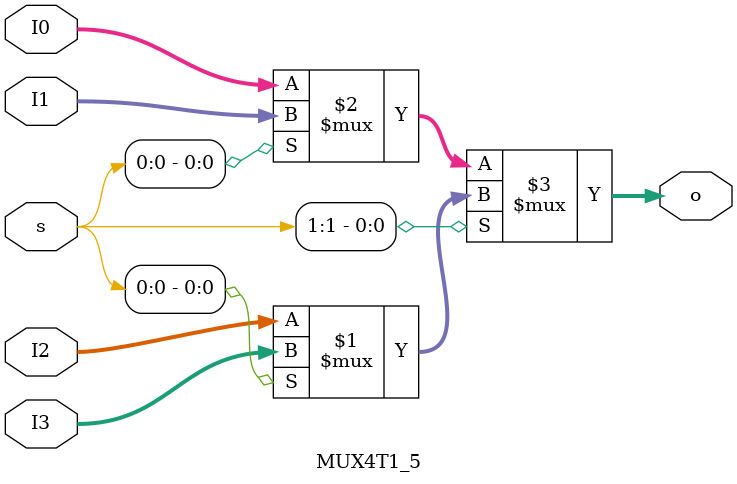
<source format=v>
`timescale 1ns / 1ps


module MUX4T1_5(
    input [4:0] I0,
    input [4:0] I1,
    input [4:0] I2,
    input [4:0] I3,
    input [1:0] s,
    output [4:0] o
    );
    
    assign o = s[1] ? (s[0] ? I3 : I2) : (s[0] ? I1 : I0);
    
endmodule



</source>
